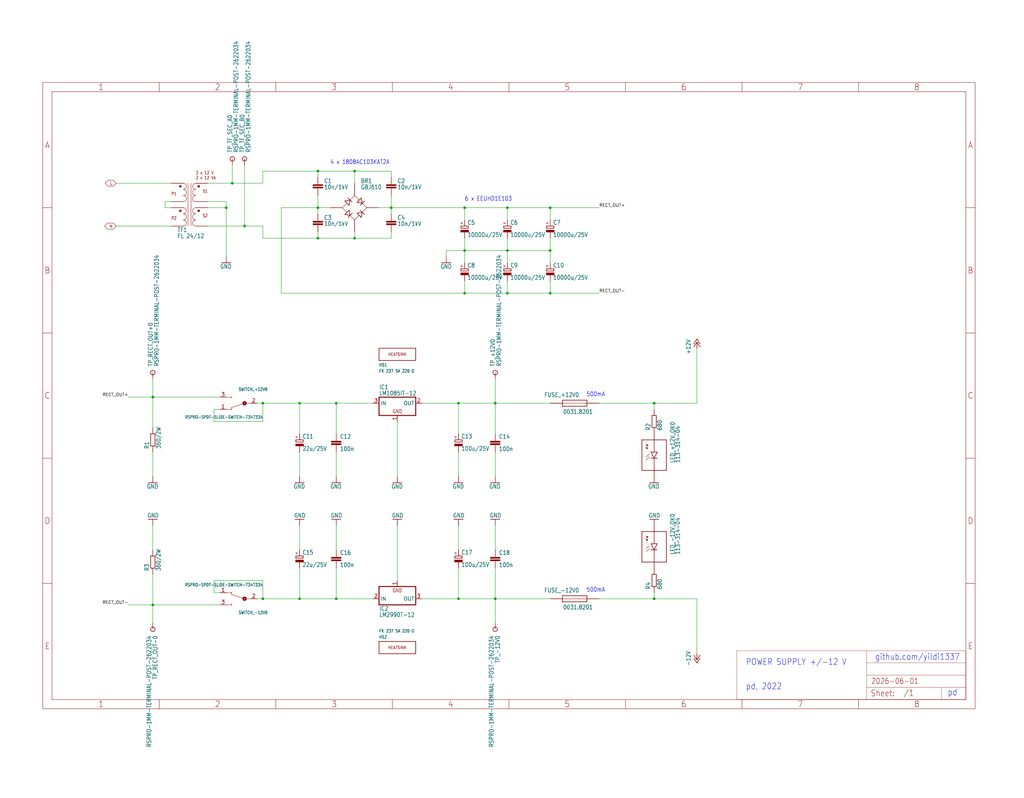
<source format=kicad_sch>
(kicad_sch (version 20250114) (generator "eeschema") (generator_version "9.0")
  (paper "User" 425.45 331.826)
  (lib_symbols
    (symbol "PowerSupply_12V_v1-eagle-import:+12V" (power)
      (symbol "+12V_1_0"
        (polyline (pts (xy 0 1.27) (xy -1.27 -0.635)) (stroke (width 0.254)))
        (polyline (pts (xy 0 0) (xy -1.27 -1.905)) (stroke (width 0.254)))
        (polyline (pts (xy 1.27 -0.635) (xy 0 1.27)) (stroke (width 0.254)))
        (polyline (pts (xy 1.27 -1.905) (xy 0 0)) (stroke (width 0.254)))
        (pin power_in line (at 0 -2.54 90) (length 2.54) (name "+12V") (number "1"))
      )
    )
    (symbol "PowerSupply_12V_v1-eagle-import:-12V" (power)
      (symbol "-12V_1_0"
        (polyline (pts (xy -1.27 1.905) (xy 0 0)) (stroke (width 0.254)))
        (polyline (pts (xy -1.27 0.635) (xy 0 -1.27)) (stroke (width 0.254)))
        (polyline (pts (xy 0 0) (xy 1.27 1.905)) (stroke (width 0.254)))
        (polyline (pts (xy 0 -1.27) (xy 1.27 0.635)) (stroke (width 0.254)))
        (pin power_in line (at 0 2.54 270) (length 2.54) (name "-12V") (number "1"))
      )
    )
    (symbol "PowerSupply_12V_v1-eagle-import:0031.8201"
      (symbol "0031.8201_1_0"
        (polyline (pts (xy -5.08 1.27) (xy -5.08 -1.27)) (stroke (width 0.254)))
        (polyline (pts (xy -5.08 0) (xy 5.08 0)) (stroke (width 0.1524)))
        (polyline (pts (xy -5.08 -1.27) (xy 5.08 -1.27)) (stroke (width 0.254)))
        (polyline (pts (xy 5.08 1.27) (xy -5.08 1.27)) (stroke (width 0.254)))
        (polyline (pts (xy 5.08 -1.27) (xy 5.08 1.27)) (stroke (width 0.254)))
        (pin bidirectional line (at -10.16 0 0) (length 5.08) (name "P$1") (number "1"))
        (pin bidirectional line (at 10.16 0 180) (length 5.08) (name "P$2") (number "2"))
      )
    )
    (symbol "PowerSupply_12V_v1-eagle-import:113-314-04"
      (symbol "113-314-04_1_0"
        (polyline (pts (xy -5.08 5.08) (xy 5.08 5.08)) (stroke (width 0.254)))
        (polyline (pts (xy -5.08 -7.62) (xy -5.08 5.08)) (stroke (width 0.254)))
        (polyline (pts (xy -3.429 2.159) (xy -3.048 1.27) (xy -2.54 1.778)) (stroke (width 0.1524)) (fill (type outline)))
        (polyline (pts (xy -3.302 3.302) (xy -2.921 2.413) (xy -2.413 2.921)) (stroke (width 0.1524)) (fill (type outline)))
        (polyline (pts (xy -2.032 -0.762) (xy -3.429 -2.159)) (stroke (width 0.1524)))
        (polyline (pts (xy -1.905 -1.905) (xy -3.302 -3.302)) (stroke (width 0.1524)))
        (polyline (pts (xy 0 -2.54) (xy -1.27 0)) (stroke (width 0.254)))
        (polyline (pts (xy 0 -2.54) (xy -1.27 -2.54)) (stroke (width 0.254)))
        (polyline (pts (xy 1.27 0) (xy -1.27 0)) (stroke (width 0.254)))
        (polyline (pts (xy 1.27 0) (xy 0 -2.54)) (stroke (width 0.254)))
        (polyline (pts (xy 1.27 -2.54) (xy 0 -2.54)) (stroke (width 0.254)))
        (polyline (pts (xy 5.08 5.08) (xy 5.08 -7.62)) (stroke (width 0.254)))
        (polyline (pts (xy 5.08 -7.62) (xy -5.08 -7.62)) (stroke (width 0.254)))
        (pin passive line (at 0 7.62 270) (length 7.62) (name "A") (number "+"))
        (pin passive line (at 0 -10.16 90) (length 7.62) (name "C") (number "-"))
      )
    )
    (symbol "PowerSupply_12V_v1-eagle-import:A3L-LOC"
      (symbol "A3L-LOC_1_0"
        (polyline (pts (xy 0 260.35) (xy 387.35 260.35) (xy 387.35 0) (xy 0 0) (xy 0 260.35)))
        (polyline (pts (xy 0 208.28) (xy 3.81 208.28)))
        (polyline (pts (xy 0 156.21) (xy 3.81 156.21)))
        (polyline (pts (xy 0 104.14) (xy 3.81 104.14)))
        (polyline (pts (xy 0 52.07) (xy 3.81 52.07)))
        (polyline (pts (xy 3.81 256.54) (xy 3.81 3.81)))
        (polyline (pts (xy 48.4188 260.35) (xy 48.4188 256.54)))
        (polyline (pts (xy 48.4188 3.81) (xy 48.4188 0)))
        (polyline (pts (xy 96.8375 260.35) (xy 96.8375 256.54)))
        (polyline (pts (xy 96.8375 3.81) (xy 96.8375 0)))
        (polyline (pts (xy 145.2563 260.35) (xy 145.2563 256.54)))
        (polyline (pts (xy 145.2563 3.81) (xy 145.2563 0)))
        (polyline (pts (xy 193.675 260.35) (xy 193.675 256.54)))
        (polyline (pts (xy 193.675 3.81) (xy 193.675 0)))
        (polyline (pts (xy 242.0938 260.35) (xy 242.0938 256.54)))
        (polyline (pts (xy 242.0938 3.81) (xy 242.0938 0)))
        (polyline (pts (xy 288.29 24.13) (xy 342.265 24.13)) (stroke (width 0.1016)))
        (polyline (pts (xy 288.29 3.81) (xy 288.29 24.13)) (stroke (width 0.1016)))
        (polyline (pts (xy 288.29 3.81) (xy 342.265 3.81)) (stroke (width 0.1016)))
        (polyline (pts (xy 290.5125 260.35) (xy 290.5125 256.54)))
        (polyline (pts (xy 290.5125 3.81) (xy 290.5125 0)))
        (polyline (pts (xy 338.9313 260.35) (xy 338.9313 256.54)))
        (polyline (pts (xy 338.9313 3.81) (xy 338.9313 0)))
        (polyline (pts (xy 342.265 24.13) (xy 383.54 24.13)) (stroke (width 0.1016)))
        (polyline (pts (xy 342.265 19.05) (xy 342.265 24.13)) (stroke (width 0.1016)))
        (polyline (pts (xy 342.265 19.05) (xy 383.54 19.05)) (stroke (width 0.1016)))
        (polyline (pts (xy 342.265 13.97) (xy 342.265 19.05)) (stroke (width 0.1016)))
        (polyline (pts (xy 342.265 13.97) (xy 383.54 13.97)) (stroke (width 0.1016)))
        (polyline (pts (xy 342.265 8.89) (xy 342.265 13.97)) (stroke (width 0.1016)))
        (polyline (pts (xy 342.265 8.89) (xy 342.265 3.81)) (stroke (width 0.1016)))
        (polyline (pts (xy 342.265 3.81) (xy 373.38 3.81)) (stroke (width 0.1016)))
        (polyline (pts (xy 373.38 8.89) (xy 342.265 8.89)) (stroke (width 0.1016)))
        (polyline (pts (xy 373.38 8.89) (xy 383.54 8.89)) (stroke (width 0.1016)))
        (polyline (pts (xy 373.38 3.81) (xy 373.38 8.89)) (stroke (width 0.1016)))
        (polyline (pts (xy 373.38 3.81) (xy 383.54 3.81)) (stroke (width 0.1016)))
        (polyline (pts (xy 383.54 256.54) (xy 3.81 256.54)))
        (polyline (pts (xy 383.54 256.54) (xy 383.54 3.81)))
        (polyline (pts (xy 383.54 208.28) (xy 387.35 208.28)))
        (polyline (pts (xy 383.54 156.21) (xy 387.35 156.21)))
        (polyline (pts (xy 383.54 104.14) (xy 387.35 104.14)))
        (polyline (pts (xy 383.54 52.07) (xy 387.35 52.07)))
        (polyline (pts (xy 383.54 19.05) (xy 383.54 24.13)) (stroke (width 0.1016)))
        (polyline (pts (xy 383.54 13.97) (xy 383.54 19.05)) (stroke (width 0.1016)))
        (polyline (pts (xy 383.54 8.89) (xy 383.54 13.97)) (stroke (width 0.1016)))
        (polyline (pts (xy 383.54 3.81) (xy 3.81 3.81)))
        (polyline (pts (xy 383.54 3.81) (xy 383.54 8.89)) (stroke (width 0.1016)))
        (text "A" (at 1.905 234.315 0) (effects (font (size 2.54 2.286))))
        (text "B" (at 1.905 182.245 0) (effects (font (size 2.54 2.286))))
        (text "C" (at 1.905 130.175 0) (effects (font (size 2.54 2.286))))
        (text "D" (at 1.905 78.105 0) (effects (font (size 2.54 2.286))))
        (text "E" (at 1.905 26.035 0) (effects (font (size 2.54 2.286))))
        (text "1" (at 24.2094 258.445 0) (effects (font (size 2.54 2.286))))
        (text "1" (at 24.2094 1.905 0) (effects (font (size 2.54 2.286))))
        (text "2" (at 72.6281 258.445 0) (effects (font (size 2.54 2.286))))
        (text "2" (at 72.6281 1.905 0) (effects (font (size 2.54 2.286))))
        (text "3" (at 121.0469 258.445 0) (effects (font (size 2.54 2.286))))
        (text "3" (at 121.0469 1.905 0) (effects (font (size 2.54 2.286))))
        (text "4" (at 169.4656 258.445 0) (effects (font (size 2.54 2.286))))
        (text "4" (at 169.4656 1.905 0) (effects (font (size 2.54 2.286))))
        (text "5" (at 217.8844 258.445 0) (effects (font (size 2.54 2.286))))
        (text "5" (at 217.8844 1.905 0) (effects (font (size 2.54 2.286))))
        (text "6" (at 266.3031 258.445 0) (effects (font (size 2.54 2.286))))
        (text "6" (at 266.3031 1.905 0) (effects (font (size 2.54 2.286))))
        (text "7" (at 314.7219 258.445 0) (effects (font (size 2.54 2.286))))
        (text "7" (at 314.7219 1.905 0) (effects (font (size 2.54 2.286))))
        (text "Sheet:" (at 343.916 4.953 0) (effects (font (size 2.54 2.159)) (justify left bottom)))
        (text "${PROJECTNAME}" (at 344.17 15.24 0) (effects (font (size 2.54 2.159)) (justify left bottom)))
        (text "${CURRENT_DATE}" (at 344.17 10.16 0) (effects (font (size 2.286 1.9431)) (justify left bottom)))
        (text "${#}/${##}" (at 357.505 5.08 0) (effects (font (size 2.54 2.159)) (justify left bottom)))
        (text "8" (at 363.1406 258.445 0) (effects (font (size 2.54 2.286))))
        (text "8" (at 363.1406 1.905 0) (effects (font (size 2.54 2.286))))
        (text "A" (at 385.445 234.315 0) (effects (font (size 2.54 2.286))))
        (text "B" (at 385.445 182.245 0) (effects (font (size 2.54 2.286))))
        (text "C" (at 385.445 130.175 0) (effects (font (size 2.54 2.286))))
        (text "D" (at 385.445 78.105 0) (effects (font (size 2.54 2.286))))
        (text "E" (at 385.445 26.035 0) (effects (font (size 2.54 2.286))))
      )
    )
    (symbol "PowerSupply_12V_v1-eagle-import:C-EUC0603"
      (property "Reference" "C" (at 1.524 0.381 0))
      (symbol "C-EUC0603_1_0"
        (rectangle (start -2.032 -1.016) (end 2.032 -0.508) (fill (type outline)))
        (rectangle (start -2.032 -2.032) (end 2.032 -1.524) (fill (type outline)))
        (polyline (pts (xy 0 0) (xy 0 -0.508)) (stroke (width 0.1524)))
        (polyline (pts (xy 0 -2.54) (xy 0 -2.032)) (stroke (width 0.1524)))
        (pin passive line (at 0 2.54 270) (length 2.54) (name "1") (number "1"))
        (pin passive line (at 0 -5.08 90) (length 2.54) (name "2") (number "2"))
      )
    )
    (symbol "PowerSupply_12V_v1-eagle-import:C-EUC1808"
      (property "Reference" "C" (at 1.524 0.381 0))
      (symbol "C-EUC1808_1_0"
        (rectangle (start -2.032 -1.016) (end 2.032 -0.508) (fill (type outline)))
        (rectangle (start -2.032 -2.032) (end 2.032 -1.524) (fill (type outline)))
        (polyline (pts (xy 0 0) (xy 0 -0.508)) (stroke (width 0.1524)))
        (polyline (pts (xy 0 -2.54) (xy 0 -2.032)) (stroke (width 0.1524)))
        (pin passive line (at 0 2.54 270) (length 2.54) (name "1") (number "1"))
        (pin passive line (at 0 -5.08 90) (length 2.54) (name "2") (number "2"))
      )
    )
    (symbol "PowerSupply_12V_v1-eagle-import:CPOL-EU153CLV-0505"
      (property "Reference" "C" (at 1.143 0.4826 0))
      (symbol "CPOL-EU153CLV-0505_1_0"
        (rectangle (start -1.651 -2.54) (end 1.651 -1.651) (fill (type outline)))
        (polyline (pts (xy -1.524 0) (xy -1.524 -0.889)) (stroke (width 0.254)))
        (polyline (pts (xy -1.524 0) (xy 1.524 0)) (stroke (width 0.254)))
        (polyline (pts (xy -1.524 -0.889) (xy 1.524 -0.889)) (stroke (width 0.254)))
        (polyline (pts (xy 1.524 -0.889) (xy 1.524 0)) (stroke (width 0.254)))
        (text "+" (at -0.5842 0.4064 900) (effects (font (size 1.27 1.0795)) (justify left bottom)))
        (pin passive line (at 0 2.54 270) (length 2.54) (name "+") (number "+"))
        (pin passive line (at 0 -5.08 90) (length 2.54) (name "-") (number "-"))
      )
    )
    (symbol "PowerSupply_12V_v1-eagle-import:CPOL-EU153CLV-0810"
      (property "Reference" "C" (at 1.143 0.4826 0))
      (symbol "CPOL-EU153CLV-0810_1_0"
        (rectangle (start -1.651 -2.54) (end 1.651 -1.651) (fill (type outline)))
        (polyline (pts (xy -1.524 0) (xy -1.524 -0.889)) (stroke (width 0.254)))
        (polyline (pts (xy -1.524 0) (xy 1.524 0)) (stroke (width 0.254)))
        (polyline (pts (xy -1.524 -0.889) (xy 1.524 -0.889)) (stroke (width 0.254)))
        (polyline (pts (xy 1.524 -0.889) (xy 1.524 0)) (stroke (width 0.254)))
        (text "+" (at -0.5842 0.4064 900) (effects (font (size 1.27 1.0795)) (justify left bottom)))
        (pin passive line (at 0 2.54 270) (length 2.54) (name "+") (number "+"))
        (pin passive line (at 0 -5.08 90) (length 2.54) (name "-") (number "-"))
      )
    )
    (symbol "PowerSupply_12V_v1-eagle-import:EEUHD1E103"
      (symbol "EEUHD1E103_1_0"
        (rectangle (start -1.651 -2.54) (end 1.651 -1.651) (fill (type outline)))
        (polyline (pts (xy -1.524 0) (xy -1.524 -0.889)) (stroke (width 0.254)))
        (polyline (pts (xy -1.524 0) (xy 1.524 0)) (stroke (width 0.254)))
        (polyline (pts (xy -1.524 -0.889) (xy 1.524 -0.889)) (stroke (width 0.254)))
        (polyline (pts (xy 1.524 -0.889) (xy 1.524 0)) (stroke (width 0.254)))
        (text "+" (at -0.5842 0.4064 900) (effects (font (size 1.27 1.0795)) (justify left bottom)))
        (pin passive line (at 0 2.54 270) (length 2.54) (name "+") (number "+"))
        (pin passive line (at 0 -5.08 90) (length 2.54) (name "-") (number "-"))
      )
    )
    (symbol "PowerSupply_12V_v1-eagle-import:FK_237_SA_220_O"
      (symbol "FK_237_SA_220_O_1_0"
        (polyline (pts (xy 0 5.08) (xy 15.24 5.08)) (stroke (width 0.254)))
        (polyline (pts (xy 0 0) (xy 0 5.08)) (stroke (width 0.254)))
        (polyline (pts (xy 15.24 5.08) (xy 15.24 0)) (stroke (width 0.254)))
        (polyline (pts (xy 15.24 0) (xy 0 0)) (stroke (width 0.254)))
        (text "HEATSINK" (at 7.62 2.54 0) (effects (font (size 1.27 1.0795))))
      )
    )
    (symbol "PowerSupply_12V_v1-eagle-import:FL_24-12"
      (symbol "FL_24-12_1_0"
        (circle (center -3.81 6.35) (radius 0.254) (stroke (width 0.508)))
        (circle (center -3.81 -3.81) (radius 0.254) (stroke (width 0.508)))
        (arc (start -2.54 7.62) (mid -1.27 6.35) (end -2.54 5.08) (stroke (width 0.1524)))
        (arc (start -2.54 5.08) (mid -1.27 3.81) (end -2.54 2.54) (stroke (width 0.1524)))
        (arc (start -2.54 2.54) (mid -1.27 1.27) (end -2.54 0) (stroke (width 0.1524)))
        (arc (start -2.54 -2.54) (mid -1.27 -3.81) (end -2.54 -5.08) (stroke (width 0.1524)))
        (arc (start -2.54 -5.08) (mid -1.27 -6.35) (end -2.54 -7.62) (stroke (width 0.1524)))
        (arc (start -2.54 -7.62) (mid -1.27 -8.89) (end -2.54 -10.16) (stroke (width 0.1524)))
        (polyline (pts (xy -0.635 7.62) (xy -0.635 -10.16)) (stroke (width 0.1524)))
        (polyline (pts (xy 0.635 7.62) (xy 0.635 -10.16)) (stroke (width 0.1524)))
        (arc (start 2.54 5.08) (mid 1.27 6.35) (end 2.54 7.62) (stroke (width 0.1524)))
        (arc (start 2.54 2.54) (mid 1.27 3.81) (end 2.54 5.08) (stroke (width 0.1524)))
        (arc (start 2.54 0) (mid 1.27 1.27) (end 2.54 2.54) (stroke (width 0.1524)))
        (arc (start 2.54 -5.08) (mid 1.27 -3.81) (end 2.54 -2.54) (stroke (width 0.1524)))
        (arc (start 2.54 -7.62) (mid 1.27 -6.35) (end 2.54 -5.08) (stroke (width 0.1524)))
        (arc (start 2.54 -10.16) (mid 1.27 -8.89) (end 2.54 -7.62) (stroke (width 0.1524)))
        (circle (center 3.81 6.35) (radius 0.254) (stroke (width 0.508)))
        (circle (center 3.81 -3.81) (radius 0.254) (stroke (width 0.508)))
        (text "P1" (at -7.62 2.54 0) (effects (font (size 1.27 1.0795)) (justify left bottom)))
        (text "P2" (at -7.62 -7.62 0) (effects (font (size 1.27 1.0795)) (justify left bottom)))
        (text "2 x 12 V\n2 x 12 VA" (at 2.54 12.7 0) (effects (font (size 1.27 1.0795)) (justify left top)))
        (text "S1" (at 7.62 5.08 0) (effects (font (size 1.27 1.0795)) (justify right top)))
        (text "S2" (at 7.62 -5.08 0) (effects (font (size 1.27 1.0795)) (justify right top)))
        (pin passive line (at -7.62 7.62 0) (length 5.08) (name "P1A") (number "P1A"))
        (pin passive line (at -7.62 0 0) (length 5.08) (name "P1B") (number "P1B"))
        (pin passive line (at -7.62 -2.54 0) (length 5.08) (name "P2A") (number "P2A"))
        (pin passive line (at -7.62 -10.16 0) (length 5.08) (name "P2B") (number "P2B"))
        (pin passive line (at 7.62 7.62 180) (length 5.08) (name "S1A") (number "S1A"))
        (pin passive line (at 7.62 0 180) (length 5.08) (name "S1B") (number "S1B"))
        (pin passive line (at 7.62 -2.54 180) (length 5.08) (name "S2A") (number "S2A"))
        (pin passive line (at 7.62 -10.16 180) (length 5.08) (name "S2B") (number "S2B"))
      )
    )
    (symbol "PowerSupply_12V_v1-eagle-import:GBJ610"
      (symbol "GBJ610_1_0"
        (polyline (pts (xy -5.08 0) (xy -3.2766 1.8034)) (stroke (width 0.1524)))
        (polyline (pts (xy -4.064 2.794) (xy -2.286 1.016)) (stroke (width 0.254)))
        (polyline (pts (xy -4.064 -2.794) (xy -2.286 -1.016)) (stroke (width 0.254)))
        (polyline (pts (xy -3.2766 -1.8034) (xy -5.08 0)) (stroke (width 0.1524)))
        (polyline (pts (xy -2.7178 4.0386) (xy -1.0668 2.3876)) (stroke (width 0.254)))
        (polyline (pts (xy -2.7178 -4.0386) (xy -0.9398 -2.2606)) (stroke (width 0.254)))
        (polyline (pts (xy -1.905 3.175) (xy -4.064 2.794)) (stroke (width 0.254)))
        (polyline (pts (xy -1.905 3.175) (xy -2.286 1.016)) (stroke (width 0.254)))
        (polyline (pts (xy -1.905 3.175) (xy 0 5.08)) (stroke (width 0.1524)))
        (polyline (pts (xy -1.905 -3.175) (xy -4.064 -2.794)) (stroke (width 0.254)))
        (polyline (pts (xy -1.905 -3.175) (xy -2.286 -1.016)) (stroke (width 0.254)))
        (polyline (pts (xy 0 5.08) (xy 1.8034 3.2766)) (stroke (width 0.1524)))
        (polyline (pts (xy 0 -5.08) (xy -1.905 -3.175)) (stroke (width 0.1524)))
        (polyline (pts (xy 0 -5.08) (xy 1.8034 -3.2766)) (stroke (width 0.1524)))
        (polyline (pts (xy 1.016 2.286) (xy 2.794 4.064)) (stroke (width 0.254)))
        (polyline (pts (xy 1.016 -2.286) (xy 2.794 -4.064)) (stroke (width 0.254)))
        (polyline (pts (xy 2.3622 1.016) (xy 4.1402 2.794)) (stroke (width 0.254)))
        (polyline (pts (xy 2.3622 -1.0668) (xy 4.1402 -2.8448)) (stroke (width 0.254)))
        (polyline (pts (xy 3.175 1.905) (xy 1.016 2.286)) (stroke (width 0.254)))
        (polyline (pts (xy 3.175 1.905) (xy 2.794 4.064)) (stroke (width 0.254)))
        (polyline (pts (xy 3.175 1.905) (xy 5.08 0)) (stroke (width 0.1524)))
        (polyline (pts (xy 3.175 -1.905) (xy 1.016 -2.286)) (stroke (width 0.254)))
        (polyline (pts (xy 3.175 -1.905) (xy 2.794 -4.064)) (stroke (width 0.254)))
        (polyline (pts (xy 5.08 0) (xy 3.175 -1.905)) (stroke (width 0.1524)))
        (pin bidirectional line (at -10.16 0 0) (length 5.08) (name "-") (number "-"))
        (pin bidirectional line (at 0 10.16 270) (length 5.08) (name "L") (number "L"))
        (pin bidirectional line (at 0 -10.16 90) (length 5.08) (name "N") (number "N"))
        (pin bidirectional line (at 10.16 0 180) (length 5.08) (name "+") (number "+"))
      )
    )
    (symbol "PowerSupply_12V_v1-eagle-import:GND" (power)
      (symbol "GND_1_0"
        (polyline (pts (xy -1.905 0) (xy 1.905 0)) (stroke (width 0.254)))
        (pin power_in line (at 0 2.54 270) (length 2.54) (name "GND") (number "1"))
      )
    )
    (symbol "PowerSupply_12V_v1-eagle-import:LM1085IT-12"
      (symbol "LM1085IT-12_1_0"
        (polyline (pts (xy -7.62 2.54) (xy -7.62 -5.08)) (stroke (width 0.4064)))
        (polyline (pts (xy -7.62 -5.08) (xy 7.62 -5.08)) (stroke (width 0.4064)))
        (polyline (pts (xy 7.62 2.54) (xy -7.62 2.54)) (stroke (width 0.4064)))
        (polyline (pts (xy 7.62 -5.08) (xy 7.62 2.54)) (stroke (width 0.4064)))
        (text "GND" (at -2.032 -4.318 0) (effects (font (size 1.524 1.2954)) (justify left bottom)))
        (pin input line (at -10.16 0 0) (length 2.54) (name "IN") (number "3"))
        (pin passive line (at 0 -7.62 90) (length 2.54) (name "GND") (number "1"))
        (pin passive line (at 10.16 0 180) (length 2.54) (name "OUT") (number "2"))
      )
    )
    (symbol "PowerSupply_12V_v1-eagle-import:LM2990T-12"
      (symbol "LM2990T-12_1_0"
        (polyline (pts (xy -7.62 2.54) (xy -7.62 -5.08)) (stroke (width 0.4064)))
        (polyline (pts (xy -7.62 -5.08) (xy 7.62 -5.08)) (stroke (width 0.4064)))
        (polyline (pts (xy 7.62 2.54) (xy -7.62 2.54)) (stroke (width 0.4064)))
        (polyline (pts (xy 7.62 -5.08) (xy 7.62 2.54)) (stroke (width 0.4064)))
        (text "GND" (at 2.032 1.778 0) (effects (font (size 1.524 1.2954)) (justify right top)))
        (pin input line (at -10.16 -2.54 0) (length 2.54) (name "IN") (number "2"))
        (pin passive line (at 0 5.08 270) (length 2.54) (name "GND") (number "1"))
        (pin passive line (at 10.16 -2.54 180) (length 2.54) (name "OUT") (number "3"))
      )
    )
    (symbol "PowerSupply_12V_v1-eagle-import:R-EU_R0603"
      (property "Reference" "R" (at -3.81 1.4986 0))
      (symbol "R-EU_R0603_1_0"
        (polyline (pts (xy -2.54 -0.889) (xy -2.54 0.889)) (stroke (width 0.254)))
        (polyline (pts (xy -2.54 -0.889) (xy 2.54 -0.889)) (stroke (width 0.254)))
        (polyline (pts (xy 2.54 0.889) (xy -2.54 0.889)) (stroke (width 0.254)))
        (polyline (pts (xy 2.54 -0.889) (xy 2.54 0.889)) (stroke (width 0.254)))
        (pin passive line (at -5.08 0 0) (length 2.54) (name "1") (number "1"))
        (pin passive line (at 5.08 0 180) (length 2.54) (name "2") (number "2"))
      )
    )
    (symbol "PowerSupply_12V_v1-eagle-import:R-EU_R2010"
      (property "Reference" "R" (at -3.81 1.4986 0))
      (symbol "R-EU_R2010_1_0"
        (polyline (pts (xy -2.54 -0.889) (xy -2.54 0.889)) (stroke (width 0.254)))
        (polyline (pts (xy -2.54 -0.889) (xy 2.54 -0.889)) (stroke (width 0.254)))
        (polyline (pts (xy 2.54 0.889) (xy -2.54 0.889)) (stroke (width 0.254)))
        (polyline (pts (xy 2.54 -0.889) (xy 2.54 0.889)) (stroke (width 0.254)))
        (pin passive line (at -5.08 0 0) (length 2.54) (name "1") (number "1"))
        (pin passive line (at 5.08 0 180) (length 2.54) (name "2") (number "2"))
      )
    )
    (symbol "PowerSupply_12V_v1-eagle-import:RSPRO-1MM-TERMINAL-POST-2622034"
      (symbol "RSPRO-1MM-TERMINAL-POST-2622034_1_0"
        (circle (center 0 0) (radius 0.9158) (stroke (width 0.254)))
        (pin bidirectional line (at 0 -2.54 90) (length 2.54) (name "P$1") (number "P$1"))
      )
    )
    (symbol "PowerSupply_12V_v1-eagle-import:RSPRO-SPDT-SLIDE-SWITCH-7347334"
      (property "Reference" "S" (at -2.54 5.08 0))
      (symbol "RSPRO-SPDT-SLIDE-SWITCH-7347334_1_0"
        (circle (center -2.54 0) (radius 0.254) (stroke (width 0.635)))
        (polyline (pts (xy -2.54 0) (xy -5.08 0)) (stroke (width 0.1524)))
        (polyline (pts (xy -2.54 0) (xy 3.048 1.8796)) (stroke (width 0.1524)))
        (polyline (pts (xy 2.794 2.54) (xy 2.794 2.032)) (stroke (width 0.1651)))
        (polyline (pts (xy 2.794 -2.54) (xy 2.794 -2.032)) (stroke (width 0.1651)))
        (polyline (pts (xy 3.048 2.54) (xy 2.794 2.54)) (stroke (width 0.1651)))
        (polyline (pts (xy 3.048 2.54) (xy 2.921 2.54)) (stroke (width 0.1524)))
        (polyline (pts (xy 3.048 -2.54) (xy 2.794 -2.54)) (stroke (width 0.1651)))
        (polyline (pts (xy 3.048 -2.54) (xy 2.921 -2.54)) (stroke (width 0.1524)))
        (polyline (pts (xy 5.08 2.54) (xy 3.048 2.54)) (stroke (width 0.1524)))
        (polyline (pts (xy 5.08 -2.54) (xy 3.048 -2.54)) (stroke (width 0.1524)))
        (pin passive line (at -7.62 0 0) (length 2.54) (name "COM") (number "2"))
        (pin passive line (at 7.62 2.54 180) (length 2.54) (name "NC") (number "1"))
        (pin passive line (at 7.62 -2.54 180) (length 2.54) (name "NO") (number "3"))
      )
    )
  )
  (text "pd, 2022" (at 309.88 287.02 0) (effects (font (size 2.54 2.159)) (justify left bottom)))
  (text "POWER SUPPLY +/-12 V" (at 309.88 276.86 0) (effects (font (size 2.54 2.159)) (justify left bottom)))
  (text "500mA" (at 251.46 165.1 0) (effects (font (size 1.778 1.5113)) (justify right bottom)))
  (text "pd" (at 393.7 289.56 0) (effects (font (size 2.54 2.159)) (justify left bottom)))
  (text "github.com/yildi1337" (at 398.78 271.78 0) (effects (font (size 2.54 2.159)) (justify right top)))
  (text "6 x EEUHD1E103" (at 193.04 83.82 0) (effects (font (size 1.778 1.5113)) (justify left bottom)))
  (text "4 x 1808AC103KAT2A" (at 137.16 68.58 0) (effects (font (size 1.778 1.5113)) (justify left bottom)))
  (text "500mA" (at 251.46 246.38 0) (effects (font (size 1.778 1.5113)) (justify right bottom)))
  (junction (at 139.7 167.64))
  (junction (at 147.32 99.06))
  (junction (at 132.08 86.36))
  (junction (at 190.5 167.64))
  (junction (at 210.82 104.14))
  (junction (at 63.5 251.46))
  (junction (at 205.74 167.64))
  (junction (at 109.22 248.92))
  (junction (at 101.6 93.98))
  (junction (at 271.78 248.92))
  (junction (at 63.5 165.1))
  (junction (at 147.32 71.12))
  (junction (at 193.04 121.92))
  (junction (at 228.6 121.92))
  (junction (at 210.82 121.92))
  (junction (at 205.74 248.92))
  (junction (at 139.7 248.92))
  (junction (at 210.82 86.36))
  (junction (at 193.04 104.14))
  (junction (at 228.6 104.14))
  (junction (at 132.08 71.12))
  (junction (at 228.6 86.36))
  (junction (at 162.56 86.36))
  (junction (at 124.46 167.64))
  (junction (at 193.04 86.36))
  (junction (at 109.22 167.64))
  (junction (at 271.78 167.64))
  (junction (at 96.52 76.2))
  (junction (at 93.98 86.36))
  (junction (at 132.08 99.06))
  (junction (at 190.5 248.92))
  (junction (at 124.46 248.92))
  (wire (pts (xy 162.56 88.9) (xy 162.56 86.36)) (stroke (width 0.1524)))
  (wire (pts (xy 88.9 175.26) (xy 109.22 175.26)) (stroke (width 0.1524)))
  (wire (pts (xy 68.58 86.36) (xy 71.12 86.36)) (stroke (width 0.1524)))
  (wire (pts (xy 165.1 198.12) (xy 165.1 175.26)) (stroke (width 0.1524)))
  (wire (pts (xy 101.6 68.58) (xy 101.6 93.98)) (stroke (width 0.1524)))
  (wire (pts (xy 91.44 165.1) (xy 63.5 165.1)) (stroke (width 0.1524)))
  (wire (pts (xy 147.32 71.12) (xy 147.32 76.2)) (stroke (width 0.1524)))
  (wire (pts (xy 124.46 228.6) (xy 124.46 218.44)) (stroke (width 0.1524)))
  (wire (pts (xy 93.98 86.36) (xy 93.98 106.68)) (stroke (width 0.1524)))
  (wire (pts (xy 147.32 99.06) (xy 132.08 99.06)) (stroke (width 0.1524)))
  (wire (pts (xy 63.5 198.12) (xy 63.5 187.96)) (stroke (width 0.1524)))
  (wire (pts (xy 185.42 106.68) (xy 185.42 104.14)) (stroke (width 0.1524)))
  (wire (pts (xy 139.7 228.6) (xy 139.7 218.44)) (stroke (width 0.1524)))
  (wire (pts (xy 91.44 251.46) (xy 63.5 251.46)) (stroke (width 0.1524)))
  (wire (pts (xy 175.26 167.64) (xy 190.5 167.64)) (stroke (width 0.1524)))
  (wire (pts (xy 228.6 121.92) (xy 248.92 121.92)) (stroke (width 0.1524)))
  (wire (pts (xy 147.32 96.52) (xy 147.32 99.06)) (stroke (width 0.1524)))
  (wire (pts (xy 91.44 246.38) (xy 88.9 246.38)) (stroke (width 0.1524)))
  (wire (pts (xy 86.36 86.36) (xy 93.98 86.36)) (stroke (width 0.1524)))
  (wire (pts (xy 139.7 167.64) (xy 154.94 167.64)) (stroke (width 0.1524)))
  (wire (pts (xy 162.56 71.12) (xy 147.32 71.12)) (stroke (width 0.1524)))
  (wire (pts (xy 210.82 104.14) (xy 210.82 99.06)) (stroke (width 0.1524)))
  (wire (pts (xy 124.46 167.64) (xy 139.7 167.64)) (stroke (width 0.1524)))
  (wire (pts (xy 106.68 248.92) (xy 109.22 248.92)) (stroke (width 0.1524)))
  (wire (pts (xy 205.74 180.34) (xy 205.74 167.64)) (stroke (width 0.1524)))
  (wire (pts (xy 190.5 236.22) (xy 190.5 248.92)) (stroke (width 0.1524)))
  (wire (pts (xy 228.6 121.92) (xy 210.82 121.92)) (stroke (width 0.1524)))
  (wire (pts (xy 109.22 248.92) (xy 124.46 248.92)) (stroke (width 0.1524)))
  (wire (pts (xy 271.78 167.64) (xy 289.56 167.64)) (stroke (width 0.1524)))
  (wire (pts (xy 205.74 248.92) (xy 205.74 236.22)) (stroke (width 0.1524)))
  (wire (pts (xy 132.08 81.28) (xy 132.08 86.36)) (stroke (width 0.1524)))
  (wire (pts (xy 63.5 165.1) (xy 53.34 165.1)) (stroke (width 0.1524)))
  (wire (pts (xy 165.1 218.44) (xy 165.1 241.3)) (stroke (width 0.1524)))
  (wire (pts (xy 175.26 248.92) (xy 190.5 248.92)) (stroke (width 0.1524)))
  (wire (pts (xy 289.56 167.64) (xy 289.56 144.78)) (stroke (width 0.1524)))
  (wire (pts (xy 93.98 83.82) (xy 93.98 86.36)) (stroke (width 0.1524)))
  (wire (pts (xy 132.08 71.12) (xy 147.32 71.12)) (stroke (width 0.1524)))
  (wire (pts (xy 139.7 180.34) (xy 139.7 167.64)) (stroke (width 0.1524)))
  (wire (pts (xy 91.44 170.18) (xy 88.9 170.18)) (stroke (width 0.1524)))
  (wire (pts (xy 96.52 68.58) (xy 96.52 76.2)) (stroke (width 0.1524)))
  (wire (pts (xy 63.5 251.46) (xy 53.34 251.46)) (stroke (width 0.1524)))
  (wire (pts (xy 205.74 259.08) (xy 205.74 248.92)) (stroke (width 0.1524)))
  (wire (pts (xy 68.58 83.82) (xy 68.58 86.36)) (stroke (width 0.1524)))
  (wire (pts (xy 139.7 248.92) (xy 154.94 248.92)) (stroke (width 0.1524)))
  (wire (pts (xy 63.5 238.76) (xy 63.5 251.46)) (stroke (width 0.1524)))
  (wire (pts (xy 162.56 86.36) (xy 193.04 86.36)) (stroke (width 0.1524)))
  (wire (pts (xy 63.5 259.08) (xy 63.5 251.46)) (stroke (width 0.1524)))
  (wire (pts (xy 248.92 248.92) (xy 271.78 248.92)) (stroke (width 0.1524)))
  (wire (pts (xy 109.22 93.98) (xy 109.22 99.06)) (stroke (width 0.1524)))
  (wire (pts (xy 109.22 167.64) (xy 124.46 167.64)) (stroke (width 0.1524)))
  (wire (pts (xy 228.6 109.22) (xy 228.6 104.14)) (stroke (width 0.1524)))
  (wire (pts (xy 190.5 218.44) (xy 190.5 228.6)) (stroke (width 0.1524)))
  (wire (pts (xy 228.6 104.14) (xy 228.6 99.06)) (stroke (width 0.1524)))
  (wire (pts (xy 106.68 167.64) (xy 109.22 167.64)) (stroke (width 0.1524)))
  (wire (pts (xy 162.56 81.28) (xy 162.56 86.36)) (stroke (width 0.1524)))
  (wire (pts (xy 205.74 198.12) (xy 205.74 187.96)) (stroke (width 0.1524)))
  (wire (pts (xy 193.04 116.84) (xy 193.04 121.92)) (stroke (width 0.1524)))
  (wire (pts (xy 124.46 248.92) (xy 139.7 248.92)) (stroke (width 0.1524)))
  (wire (pts (xy 124.46 180.34) (xy 124.46 167.64)) (stroke (width 0.1524)))
  (wire (pts (xy 88.9 241.3) (xy 109.22 241.3)) (stroke (width 0.1524)))
  (wire (pts (xy 193.04 104.14) (xy 210.82 104.14)) (stroke (width 0.1524)))
  (wire (pts (xy 210.82 116.84) (xy 210.82 121.92)) (stroke (width 0.1524)))
  (wire (pts (xy 88.9 246.38) (xy 88.9 241.3)) (stroke (width 0.1524)))
  (wire (pts (xy 124.46 248.92) (xy 124.46 236.22)) (stroke (width 0.1524)))
  (wire (pts (xy 116.84 86.36) (xy 116.84 121.92)) (stroke (width 0.1524)))
  (wire (pts (xy 86.36 76.2) (xy 96.52 76.2)) (stroke (width 0.1524)))
  (wire (pts (xy 228.6 167.64) (xy 205.74 167.64)) (stroke (width 0.1524)))
  (wire (pts (xy 86.36 93.98) (xy 101.6 93.98)) (stroke (width 0.1524)))
  (wire (pts (xy 193.04 99.06) (xy 193.04 104.14)) (stroke (width 0.1524)))
  (wire (pts (xy 190.5 167.64) (xy 205.74 167.64)) (stroke (width 0.1524)))
  (wire (pts (xy 132.08 86.36) (xy 116.84 86.36)) (stroke (width 0.1524)))
  (wire (pts (xy 228.6 116.84) (xy 228.6 121.92)) (stroke (width 0.1524)))
  (wire (pts (xy 86.36 83.82) (xy 93.98 83.82)) (stroke (width 0.1524)))
  (wire (pts (xy 210.82 91.44) (xy 210.82 86.36)) (stroke (width 0.1524)))
  (wire (pts (xy 109.22 99.06) (xy 132.08 99.06)) (stroke (width 0.1524)))
  (wire (pts (xy 271.78 246.38) (xy 271.78 248.92)) (stroke (width 0.1524)))
  (wire (pts (xy 210.82 104.14) (xy 228.6 104.14)) (stroke (width 0.1524)))
  (wire (pts (xy 271.78 248.92) (xy 289.56 248.92)) (stroke (width 0.1524)))
  (wire (pts (xy 193.04 91.44) (xy 193.04 86.36)) (stroke (width 0.1524)))
  (wire (pts (xy 162.56 99.06) (xy 147.32 99.06)) (stroke (width 0.1524)))
  (wire (pts (xy 124.46 198.12) (xy 124.46 187.96)) (stroke (width 0.1524)))
  (wire (pts (xy 248.92 167.64) (xy 271.78 167.64)) (stroke (width 0.1524)))
  (wire (pts (xy 210.82 109.22) (xy 210.82 104.14)) (stroke (width 0.1524)))
  (wire (pts (xy 71.12 76.2) (xy 48.26 76.2)) (stroke (width 0.1524)))
  (wire (pts (xy 63.5 157.48) (xy 63.5 165.1)) (stroke (width 0.1524)))
  (wire (pts (xy 205.74 157.48) (xy 205.74 167.64)) (stroke (width 0.1524)))
  (wire (pts (xy 228.6 86.36) (xy 210.82 86.36)) (stroke (width 0.1524)))
  (wire (pts (xy 193.04 121.92) (xy 116.84 121.92)) (stroke (width 0.1524)))
  (wire (pts (xy 190.5 198.12) (xy 190.5 187.96)) (stroke (width 0.1524)))
  (wire (pts (xy 96.52 76.2) (xy 109.22 76.2)) (stroke (width 0.1524)))
  (wire (pts (xy 132.08 88.9) (xy 132.08 86.36)) (stroke (width 0.1524)))
  (wire (pts (xy 109.22 71.12) (xy 132.08 71.12)) (stroke (width 0.1524)))
  (wire (pts (xy 101.6 93.98) (xy 109.22 93.98)) (stroke (width 0.1524)))
  (wire (pts (xy 137.16 86.36) (xy 132.08 86.36)) (stroke (width 0.1524)))
  (wire (pts (xy 63.5 177.8) (xy 63.5 165.1)) (stroke (width 0.1524)))
  (wire (pts (xy 109.22 241.3) (xy 109.22 248.92)) (stroke (width 0.1524)))
  (wire (pts (xy 205.74 248.92) (xy 228.6 248.92)) (stroke (width 0.1524)))
  (wire (pts (xy 139.7 236.22) (xy 139.7 248.92)) (stroke (width 0.1524)))
  (wire (pts (xy 228.6 86.36) (xy 248.92 86.36)) (stroke (width 0.1524)))
  (wire (pts (xy 109.22 175.26) (xy 109.22 167.64)) (stroke (width 0.1524)))
  (wire (pts (xy 190.5 180.34) (xy 190.5 167.64)) (stroke (width 0.1524)))
  (wire (pts (xy 63.5 218.44) (xy 63.5 228.6)) (stroke (width 0.1524)))
  (wire (pts (xy 139.7 198.12) (xy 139.7 187.96)) (stroke (width 0.1524)))
  (wire (pts (xy 289.56 248.92) (xy 289.56 271.78)) (stroke (width 0.1524)))
  (wire (pts (xy 205.74 218.44) (xy 205.74 228.6)) (stroke (width 0.1524)))
  (wire (pts (xy 71.12 83.82) (xy 68.58 83.82)) (stroke (width 0.1524)))
  (wire (pts (xy 71.12 93.98) (xy 48.26 93.98)) (stroke (width 0.1524)))
  (wire (pts (xy 162.56 73.66) (xy 162.56 71.12)) (stroke (width 0.1524)))
  (wire (pts (xy 132.08 96.52) (xy 132.08 99.06)) (stroke (width 0.1524)))
  (wire (pts (xy 228.6 91.44) (xy 228.6 86.36)) (stroke (width 0.1524)))
  (wire (pts (xy 109.22 76.2) (xy 109.22 71.12)) (stroke (width 0.1524)))
  (wire (pts (xy 157.48 86.36) (xy 162.56 86.36)) (stroke (width 0.1524)))
  (wire (pts (xy 132.08 73.66) (xy 132.08 71.12)) (stroke (width 0.1524)))
  (wire (pts (xy 271.78 170.18) (xy 271.78 167.64)) (stroke (width 0.1524)))
  (wire (pts (xy 190.5 248.92) (xy 205.74 248.92)) (stroke (width 0.1524)))
  (wire (pts (xy 185.42 104.14) (xy 193.04 104.14)) (stroke (width 0.1524)))
  (wire (pts (xy 162.56 96.52) (xy 162.56 99.06)) (stroke (width 0.1524)))
  (wire (pts (xy 193.04 109.22) (xy 193.04 104.14)) (stroke (width 0.1524)))
  (wire (pts (xy 210.82 121.92) (xy 193.04 121.92)) (stroke (width 0.1524)))
  (wire (pts (xy 88.9 170.18) (xy 88.9 175.26)) (stroke (width 0.1524)))
  (wire (pts (xy 210.82 86.36) (xy 193.04 86.36)) (stroke (width 0.1524)))
  (label "RECT_OUT+" (at 248.92 86.36 0) (effects (font (size 1.2446 1.2446))))
  (label "RECT_OUT-" (at 248.92 121.92 0) (effects (font (size 1.2446 1.2446))))
  (label "RECT_OUT-" (at 53.34 251.46 180) (effects (font (size 1.2446 1.2446))))
  (label "RECT_OUT+" (at 53.34 165.1 180) (effects (font (size 1.2446 1.2446))))
  (global_label "L" (shape bidirectional) (at 48.26 76.2 180) (effects (font (size 1.2446 1.2446))) (property "Intersheetrefs" "${INTERSHEET_REFS}" (effects (hide yes))))
  (global_label "N" (shape bidirectional) (at 48.26 93.98 180) (effects (font (size 1.2446 1.2446))) (property "Intersheetrefs" "${INTERSHEET_REFS}" (effects (hide yes))))
  (symbol (lib_id "PowerSupply_12V_v1-eagle-import:R-EU_R0603") (at 271.78 241.3 90) (unit 1)
    (property "Reference" "R4" (at 270.2814 245.11 0) (effects (font (size 1.778 1.5113)) (justify left bottom)))
    (property "Value" "680" (at 275.082 245.11 0) (effects (font (size 1.778 1.5113)) (justify left bottom)))
    (property "Footprint" "PowerSupply_12V_v1:R0603" (effects (hide yes)))
  )
  (symbol (lib_id "PowerSupply_12V_v1-eagle-import:-12V") (at 289.56 274.32 0) (unit 1)
    (property "Reference" "#P-2" (effects (hide yes)))
    (property "Value" "-12V" (at 287.02 276.86 90) (effects (font (size 1.778 1.5113)) (justify left bottom)))
  )
  (symbol (lib_id "PowerSupply_12V_v1-eagle-import:GND") (at 165.1 200.66 0) (unit 1)
    (property "Reference" "#GND14" (effects (hide yes)))
    (property "Value" "GND" (at 162.56 203.2 0) (effects (font (size 1.778 1.5113)) (justify left bottom)))
  )
  (symbol (lib_id "PowerSupply_12V_v1-eagle-import:CPOL-EU153CLV-0505") (at 124.46 182.88 0) (unit 1)
    (property "Reference" "C11" (at 125.603 182.3974 0) (effects (font (size 1.778 1.5113)) (justify left bottom)))
    (property "Value" "22u/25V" (at 125.603 187.4774 0) (effects (font (size 1.778 1.5113)) (justify left bottom)))
    (property "Footprint" "PowerSupply_12V_v1:153CLV-0505" (effects (hide yes)))
  )
  (symbol (lib_id "PowerSupply_12V_v1-eagle-import:113-314-04") (at 271.78 226.06 0) (unit 1)
    (property "Reference" "LED_-12V_OK0" (at 280.416 230.632 90) (effects (font (size 1.778 1.5113)) (justify left bottom)))
    (property "Value" "113-314-04" (at 282.575 230.632 90) (effects (font (size 1.778 1.5113)) (justify left bottom)))
    (property "Footprint" "PowerSupply_12V_v1:113-314-04" (effects (hide yes)))
  )
  (symbol (lib_id "PowerSupply_12V_v1-eagle-import:C-EUC0603") (at 205.74 182.88 0) (unit 1)
    (property "Reference" "C14" (at 207.264 182.499 0) (effects (font (size 1.778 1.5113)) (justify left bottom)))
    (property "Value" "100n" (at 207.264 187.579 0) (effects (font (size 1.778 1.5113)) (justify left bottom)))
    (property "Footprint" "PowerSupply_12V_v1:C0603" (effects (hide yes)))
  )
  (symbol (lib_id "PowerSupply_12V_v1-eagle-import:GND") (at 124.46 215.9 180) (unit 1)
    (property "Reference" "#GND7" (effects (hide yes)))
    (property "Value" "GND" (at 127 213.36 0) (effects (font (size 1.778 1.5113)) (justify left bottom)))
  )
  (symbol (lib_id "PowerSupply_12V_v1-eagle-import:RSPRO-1MM-TERMINAL-POST-2622034") (at 63.5 154.94 0) (unit 1)
    (property "Reference" "TP_RECT_OUT+0" (at 63.5 152.4 90) (effects (font (size 1.778 1.5113)) (justify left bottom)))
    (property "Value" "RSPRO-1MM-TERMINAL-POST-2622034" (at 66.04 152.4 90) (effects (font (size 1.778 1.5113)) (justify left bottom)))
    (property "Footprint" "PowerSupply_12V_v1:RSPRO-1MM-TERMINAL-POST-2622034" (effects (hide yes)))
  )
  (symbol (lib_id "PowerSupply_12V_v1-eagle-import:GND") (at 271.78 200.66 0) (unit 1)
    (property "Reference" "#GND15" (effects (hide yes)))
    (property "Value" "GND" (at 269.24 203.2 0) (effects (font (size 1.778 1.5113)) (justify left bottom)))
  )
  (symbol (lib_id "PowerSupply_12V_v1-eagle-import:LM1085IT-12") (at 165.1 167.64 0) (unit 1)
    (property "Reference" "IC1" (at 157.48 161.925 0) (effects (font (size 1.778 1.5113)) (justify left bottom)))
    (property "Value" "LM1085IT-12" (at 157.48 164.465 0) (effects (font (size 1.778 1.5113)) (justify left bottom)))
    (property "Footprint" "PowerSupply_12V_v1:LM1085IT-12" (effects (hide yes)))
  )
  (symbol (lib_id "PowerSupply_12V_v1-eagle-import:A3L-LOC") (at 17.78 294.64 0) (unit 1)
    (property "Reference" "#FRAME3" (effects (hide yes)))
    (property "Value" "A3L-LOC" (effects (hide yes)))
  )
  (symbol (lib_id "PowerSupply_12V_v1-eagle-import:RSPRO-SPDT-SLIDE-SWITCH-7347334") (at 99.06 167.64 180) (unit 1)
    (property "Reference" "SWITCH_+12V0" (at 99.06 162.56 0) (effects (font (size 1.27 1.0795)) (justify right top)))
    (property "Value" "RSPRO-SPDT-SLIDE-SWITCH-7347334" (at 109.22 172.72 0) (effects (font (size 1.27 1.0795)) (justify left bottom)))
    (property "Footprint" "PowerSupply_12V_v1:RSPRO-SPDT-SLIDE-SWITCH-7347334" (effects (hide yes)))
  )
  (symbol (lib_id "PowerSupply_12V_v1-eagle-import:EEUHD1E103") (at 228.6 93.98 0) (unit 1)
    (property "Reference" "C7" (at 229.743 93.4974 0) (effects (font (size 1.778 1.5113)) (justify left bottom)))
    (property "Value" "10000u/25V" (at 229.743 98.5774 0) (effects (font (size 1.778 1.5113)) (justify left bottom)))
    (property "Footprint" "PowerSupply_12V_v1:EEUHD1E103" (effects (hide yes)))
  )
  (symbol (lib_id "PowerSupply_12V_v1-eagle-import:R-EU_R2010") (at 63.5 233.68 90) (unit 1)
    (property "Reference" "R3" (at 62.0014 237.49 0) (effects (font (size 1.778 1.5113)) (justify left bottom)))
    (property "Value" "360/2W" (at 66.802 237.49 0) (effects (font (size 1.778 1.5113)) (justify left bottom)))
    (property "Footprint" "PowerSupply_12V_v1:R2010" (effects (hide yes)))
  )
  (symbol (lib_id "PowerSupply_12V_v1-eagle-import:GND") (at 139.7 215.9 180) (unit 1)
    (property "Reference" "#GND8" (effects (hide yes)))
    (property "Value" "GND" (at 142.24 213.36 0) (effects (font (size 1.778 1.5113)) (justify left bottom)))
  )
  (symbol (lib_id "PowerSupply_12V_v1-eagle-import:RSPRO-1MM-TERMINAL-POST-2622034") (at 63.5 261.62 180) (unit 1)
    (property "Reference" "TP_RECT_OUT-0" (at 63.5 264.16 90) (effects (font (size 1.778 1.5113)) (justify left bottom)))
    (property "Value" "RSPRO-1MM-TERMINAL-POST-2622034" (at 60.96 264.16 90) (effects (font (size 1.778 1.5113)) (justify left bottom)))
    (property "Footprint" "PowerSupply_12V_v1:RSPRO-1MM-TERMINAL-POST-2622034" (effects (hide yes)))
  )
  (symbol (lib_id "PowerSupply_12V_v1-eagle-import:EEUHD1E103") (at 210.82 111.76 0) (unit 1)
    (property "Reference" "C9" (at 211.963 111.2774 0) (effects (font (size 1.778 1.5113)) (justify left bottom)))
    (property "Value" "10000u/25V" (at 211.963 116.3574 0) (effects (font (size 1.778 1.5113)) (justify left bottom)))
    (property "Footprint" "PowerSupply_12V_v1:EEUHD1E103" (effects (hide yes)))
  )
  (symbol (lib_id "PowerSupply_12V_v1-eagle-import:C-EUC0603") (at 205.74 231.14 0) (unit 1)
    (property "Reference" "C18" (at 207.264 230.759 0) (effects (font (size 1.778 1.5113)) (justify left bottom)))
    (property "Value" "100n" (at 207.264 235.839 0) (effects (font (size 1.778 1.5113)) (justify left bottom)))
    (property "Footprint" "PowerSupply_12V_v1:C0603" (effects (hide yes)))
  )
  (symbol (lib_id "PowerSupply_12V_v1-eagle-import:CPOL-EU153CLV-0810") (at 190.5 231.14 0) (unit 1)
    (property "Reference" "C17" (at 191.643 230.6574 0) (effects (font (size 1.778 1.5113)) (justify left bottom)))
    (property "Value" "100u/25V" (at 191.643 235.7374 0) (effects (font (size 1.778 1.5113)) (justify left bottom)))
    (property "Footprint" "PowerSupply_12V_v1:153CLV-0810" (effects (hide yes)))
  )
  (symbol (lib_id "PowerSupply_12V_v1-eagle-import:C-EUC1808") (at 162.56 91.44 0) (unit 1)
    (property "Reference" "C4" (at 165.1 91.44 0) (effects (font (size 1.778 1.5113)) (justify left bottom)))
    (property "Value" "10n/1kV" (at 165.1 93.98 0) (effects (font (size 1.778 1.5113)) (justify left bottom)))
    (property "Footprint" "PowerSupply_12V_v1:C1808" (effects (hide yes)))
  )
  (symbol (lib_id "PowerSupply_12V_v1-eagle-import:C-EUC0603") (at 139.7 231.14 0) (unit 1)
    (property "Reference" "C16" (at 141.224 230.759 0) (effects (font (size 1.778 1.5113)) (justify left bottom)))
    (property "Value" "100n" (at 141.224 235.839 0) (effects (font (size 1.778 1.5113)) (justify left bottom)))
    (property "Footprint" "PowerSupply_12V_v1:C0603" (effects (hide yes)))
  )
  (symbol (lib_id "PowerSupply_12V_v1-eagle-import:GND") (at 165.1 215.9 180) (unit 1)
    (property "Reference" "#GND9" (effects (hide yes)))
    (property "Value" "GND" (at 167.64 213.36 0) (effects (font (size 1.778 1.5113)) (justify left bottom)))
  )
  (symbol (lib_id "PowerSupply_12V_v1-eagle-import:GND") (at 271.78 215.9 180) (unit 1)
    (property "Reference" "#GND12" (effects (hide yes)))
    (property "Value" "GND" (at 274.32 213.36 0) (effects (font (size 1.778 1.5113)) (justify left bottom)))
  )
  (symbol (lib_id "PowerSupply_12V_v1-eagle-import:RSPRO-1MM-TERMINAL-POST-2622034") (at 101.6 66.04 0) (unit 1)
    (property "Reference" "TP_TF_SEC_B0" (at 101.6 63.5 90) (effects (font (size 1.778 1.5113)) (justify left bottom)))
    (property "Value" "RSPRO-1MM-TERMINAL-POST-2622034" (at 104.14 63.5 90) (effects (font (size 1.778 1.5113)) (justify left bottom)))
    (property "Footprint" "PowerSupply_12V_v1:RSPRO-1MM-TERMINAL-POST-2622034" (effects (hide yes)))
  )
  (symbol (lib_id "PowerSupply_12V_v1-eagle-import:LM2990T-12") (at 165.1 246.38 0) (unit 1)
    (property "Reference" "IC2" (at 157.48 254 0) (effects (font (size 1.778 1.5113)) (justify left bottom)))
    (property "Value" "LM2990T-12" (at 157.48 256.54 0) (effects (font (size 1.778 1.5113)) (justify left bottom)))
    (property "Footprint" "PowerSupply_12V_v1:LM2990T-12" (effects (hide yes)))
  )
  (symbol (lib_id "PowerSupply_12V_v1-eagle-import:0031.8201") (at 238.76 248.92 0) (unit 1)
    (property "Reference" "FUSE_-12V0" (at 226.06 246.38 0) (effects (font (size 1.778 1.5113)) (justify left bottom)))
    (property "Value" "0031.8201" (at 246.38 251.46 0) (effects (font (size 1.778 1.5113)) (justify right top)))
    (property "Footprint" "PowerSupply_12V_v1:0031.8201" (effects (hide yes)))
  )
  (symbol (lib_id "PowerSupply_12V_v1-eagle-import:RSPRO-1MM-TERMINAL-POST-2622034") (at 205.74 261.62 180) (unit 1)
    (property "Reference" "TP_-12V0" (at 205.74 264.16 90) (effects (font (size 1.778 1.5113)) (justify left bottom)))
    (property "Value" "RSPRO-1MM-TERMINAL-POST-2622034" (at 203.2 264.16 90) (effects (font (size 1.778 1.5113)) (justify left bottom)))
    (property "Footprint" "PowerSupply_12V_v1:RSPRO-1MM-TERMINAL-POST-2622034" (effects (hide yes)))
  )
  (symbol (lib_id "PowerSupply_12V_v1-eagle-import:RSPRO-SPDT-SLIDE-SWITCH-7347334") (at 99.06 248.92 0) (mirror y) (unit 1)
    (property "Reference" "SWITCH_-12V0" (at 99.06 254 0) (effects (font (size 1.27 1.0795)) (justify right top)))
    (property "Value" "RSPRO-SPDT-SLIDE-SWITCH-7347334" (at 109.22 243.84 0) (effects (font (size 1.27 1.0795)) (justify left bottom)))
    (property "Footprint" "PowerSupply_12V_v1:RSPRO-SPDT-SLIDE-SWITCH-7347334" (effects (hide yes)))
  )
  (symbol (lib_id "PowerSupply_12V_v1-eagle-import:RSPRO-1MM-TERMINAL-POST-2622034") (at 96.52 66.04 0) (unit 1)
    (property "Reference" "TP_TF_SEC_A0" (at 96.52 63.5 90) (effects (font (size 1.778 1.5113)) (justify left bottom)))
    (property "Value" "RSPRO-1MM-TERMINAL-POST-2622034" (at 99.06 63.5 90) (effects (font (size 1.778 1.5113)) (justify left bottom)))
    (property "Footprint" "PowerSupply_12V_v1:RSPRO-1MM-TERMINAL-POST-2622034" (effects (hide yes)))
  )
  (symbol (lib_id "PowerSupply_12V_v1-eagle-import:GND") (at 190.5 200.66 0) (unit 1)
    (property "Reference" "#GND18" (effects (hide yes)))
    (property "Value" "GND" (at 187.96 203.2 0) (effects (font (size 1.778 1.5113)) (justify left bottom)))
  )
  (symbol (lib_id "PowerSupply_12V_v1-eagle-import:GND") (at 190.5 215.9 180) (unit 1)
    (property "Reference" "#GND10" (effects (hide yes)))
    (property "Value" "GND" (at 193.04 213.36 0) (effects (font (size 1.778 1.5113)) (justify left bottom)))
  )
  (symbol (lib_id "PowerSupply_12V_v1-eagle-import:0031.8201") (at 238.76 167.64 0) (unit 1)
    (property "Reference" "FUSE_+12V0" (at 226.06 165.1 0) (effects (font (size 1.778 1.5113)) (justify left bottom)))
    (property "Value" "0031.8201" (at 246.38 170.18 0) (effects (font (size 1.778 1.5113)) (justify right top)))
    (property "Footprint" "PowerSupply_12V_v1:0031.8201" (effects (hide yes)))
  )
  (symbol (lib_id "PowerSupply_12V_v1-eagle-import:FK_237_SA_220_O") (at 157.48 149.86 0) (unit 1)
    (property "Reference" "HS1" (at 157.48 152.4 0) (effects (font (size 1.27 1.0795)) (justify left bottom)))
    (property "Value" "FK 237 SA 220 O" (at 157.48 154.94 0) (effects (font (size 1.27 1.0795)) (justify left bottom)))
    (property "Footprint" "PowerSupply_12V_v1:FK_237_SA_220_O" (effects (hide yes)))
  )
  (symbol (lib_id "PowerSupply_12V_v1-eagle-import:EEUHD1E103") (at 193.04 93.98 0) (unit 1)
    (property "Reference" "C5" (at 194.183 93.4974 0) (effects (font (size 1.778 1.5113)) (justify left bottom)))
    (property "Value" "10000u/25V" (at 194.183 98.5774 0) (effects (font (size 1.778 1.5113)) (justify left bottom)))
    (property "Footprint" "PowerSupply_12V_v1:EEUHD1E103" (effects (hide yes)))
  )
  (symbol (lib_id "PowerSupply_12V_v1-eagle-import:GND") (at 139.7 200.66 0) (unit 1)
    (property "Reference" "#GND16" (effects (hide yes)))
    (property "Value" "GND" (at 137.16 203.2 0) (effects (font (size 1.778 1.5113)) (justify left bottom)))
  )
  (symbol (lib_id "PowerSupply_12V_v1-eagle-import:C-EUC1808") (at 132.08 76.2 0) (unit 1)
    (property "Reference" "C1" (at 134.62 76.2 0) (effects (font (size 1.778 1.5113)) (justify left bottom)))
    (property "Value" "10n/1kV" (at 134.62 78.74 0) (effects (font (size 1.778 1.5113)) (justify left bottom)))
    (property "Footprint" "PowerSupply_12V_v1:C1808" (effects (hide yes)))
  )
  (symbol (lib_id "PowerSupply_12V_v1-eagle-import:EEUHD1E103") (at 193.04 111.76 0) (unit 1)
    (property "Reference" "C8" (at 194.183 111.2774 0) (effects (font (size 1.778 1.5113)) (justify left bottom)))
    (property "Value" "10000u/25V" (at 194.183 116.3574 0) (effects (font (size 1.778 1.5113)) (justify left bottom)))
    (property "Footprint" "PowerSupply_12V_v1:EEUHD1E103" (effects (hide yes)))
  )
  (symbol (lib_id "PowerSupply_12V_v1-eagle-import:113-314-04") (at 271.78 187.96 0) (unit 1)
    (property "Reference" "LED_+12V_OK0" (at 280.416 192.532 90) (effects (font (size 1.778 1.5113)) (justify left bottom)))
    (property "Value" "113-314-04" (at 282.575 192.532 90) (effects (font (size 1.778 1.5113)) (justify left bottom)))
    (property "Footprint" "PowerSupply_12V_v1:113-314-04" (effects (hide yes)))
  )
  (symbol (lib_id "PowerSupply_12V_v1-eagle-import:R-EU_R0603") (at 271.78 175.26 90) (unit 1)
    (property "Reference" "R2" (at 270.2814 179.07 0) (effects (font (size 1.778 1.5113)) (justify left bottom)))
    (property "Value" "680" (at 275.082 179.07 0) (effects (font (size 1.778 1.5113)) (justify left bottom)))
    (property "Footprint" "PowerSupply_12V_v1:R0603" (effects (hide yes)))
  )
  (symbol (lib_id "PowerSupply_12V_v1-eagle-import:FL_24-12") (at 78.74 83.82 0) (unit 1)
    (property "Reference" "TF1" (at 73.656 96.5121 0) (effects (font (size 1.7793 1.5124)) (justify left bottom)))
    (property "Value" "FL 24/12" (at 73.6586 99.0627 0) (effects (font (size 1.7784 1.5116)) (justify left bottom)))
    (property "Footprint" "PowerSupply_12V_v1:FL_24-12" (effects (hide yes)))
  )
  (symbol (lib_id "PowerSupply_12V_v1-eagle-import:CPOL-EU153CLV-0505") (at 124.46 231.14 0) (unit 1)
    (property "Reference" "C15" (at 125.603 230.6574 0) (effects (font (size 1.778 1.5113)) (justify left bottom)))
    (property "Value" "22u/25V" (at 125.603 235.7374 0) (effects (font (size 1.778 1.5113)) (justify left bottom)))
    (property "Footprint" "PowerSupply_12V_v1:153CLV-0505" (effects (hide yes)))
  )
  (symbol (lib_id "PowerSupply_12V_v1-eagle-import:GND") (at 124.46 200.66 0) (unit 1)
    (property "Reference" "#GND17" (effects (hide yes)))
    (property "Value" "GND" (at 121.92 203.2 0) (effects (font (size 1.778 1.5113)) (justify left bottom)))
  )
  (symbol (lib_id "PowerSupply_12V_v1-eagle-import:+12V") (at 289.56 142.24 0) (unit 1)
    (property "Reference" "#P+4" (effects (hide yes)))
    (property "Value" "+12V" (at 287.02 147.32 90) (effects (font (size 1.778 1.5113)) (justify left bottom)))
  )
  (symbol (lib_id "PowerSupply_12V_v1-eagle-import:C-EUC1808") (at 132.08 91.44 0) (unit 1)
    (property "Reference" "C3" (at 134.62 91.44 0) (effects (font (size 1.778 1.5113)) (justify left bottom)))
    (property "Value" "10n/1kV" (at 134.62 93.98 0) (effects (font (size 1.778 1.5113)) (justify left bottom)))
    (property "Footprint" "PowerSupply_12V_v1:C1808" (effects (hide yes)))
  )
  (symbol (lib_id "PowerSupply_12V_v1-eagle-import:C-EUC1808") (at 162.56 76.2 0) (unit 1)
    (property "Reference" "C2" (at 165.1 76.2 0) (effects (font (size 1.778 1.5113)) (justify left bottom)))
    (property "Value" "10n/1kV" (at 165.1 78.74 0) (effects (font (size 1.778 1.5113)) (justify left bottom)))
    (property "Footprint" "PowerSupply_12V_v1:C1808" (effects (hide yes)))
  )
  (symbol (lib_id "PowerSupply_12V_v1-eagle-import:GND") (at 63.5 200.66 0) (unit 1)
    (property "Reference" "#GND13" (effects (hide yes)))
    (property "Value" "GND" (at 60.96 203.2 0) (effects (font (size 1.778 1.5113)) (justify left bottom)))
  )
  (symbol (lib_id "PowerSupply_12V_v1-eagle-import:GND") (at 185.42 109.22 0) (unit 1)
    (property "Reference" "#GND31" (effects (hide yes)))
    (property "Value" "GND" (at 182.88 111.76 0) (effects (font (size 1.778 1.5113)) (justify left bottom)))
  )
  (symbol (lib_id "PowerSupply_12V_v1-eagle-import:GND") (at 63.5 215.9 180) (unit 1)
    (property "Reference" "#GND6" (effects (hide yes)))
    (property "Value" "GND" (at 66.04 213.36 0) (effects (font (size 1.778 1.5113)) (justify left bottom)))
  )
  (symbol (lib_id "PowerSupply_12V_v1-eagle-import:RSPRO-1MM-TERMINAL-POST-2622034") (at 205.74 154.94 0) (unit 1)
    (property "Reference" "TP_+12V0" (at 205.74 152.4 90) (effects (font (size 1.778 1.5113)) (justify left bottom)))
    (property "Value" "RSPRO-1MM-TERMINAL-POST-2622034" (at 208.28 152.4 90) (effects (font (size 1.778 1.5113)) (justify left bottom)))
    (property "Footprint" "PowerSupply_12V_v1:RSPRO-1MM-TERMINAL-POST-2622034" (effects (hide yes)))
  )
  (symbol (lib_id "PowerSupply_12V_v1-eagle-import:EEUHD1E103") (at 228.6 111.76 0) (unit 1)
    (property "Reference" "C10" (at 229.743 111.2774 0) (effects (font (size 1.778 1.5113)) (justify left bottom)))
    (property "Value" "10000u/25V" (at 229.743 116.3574 0) (effects (font (size 1.778 1.5113)) (justify left bottom)))
    (property "Footprint" "PowerSupply_12V_v1:EEUHD1E103" (effects (hide yes)))
  )
  (symbol (lib_id "PowerSupply_12V_v1-eagle-import:GBJ610") (at 147.32 86.36 0) (unit 1)
    (property "Reference" "BR1" (at 149.86 76.2 0) (effects (font (size 1.778 1.5113)) (justify left bottom)))
    (property "Value" "GBJ610" (at 149.86 78.74 0) (effects (font (size 1.778 1.5113)) (justify left bottom)))
    (property "Footprint" "PowerSupply_12V_v1:GBJ610" (effects (hide yes)))
  )
  (symbol (lib_id "PowerSupply_12V_v1-eagle-import:CPOL-EU153CLV-0810") (at 190.5 182.88 0) (unit 1)
    (property "Reference" "C13" (at 191.643 182.3974 0) (effects (font (size 1.778 1.5113)) (justify left bottom)))
    (property "Value" "100u/25V" (at 191.643 187.4774 0) (effects (font (size 1.778 1.5113)) (justify left bottom)))
    (property "Footprint" "PowerSupply_12V_v1:153CLV-0810" (effects (hide yes)))
  )
  (symbol (lib_id "PowerSupply_12V_v1-eagle-import:R-EU_R2010") (at 63.5 182.88 90) (unit 1)
    (property "Reference" "R1" (at 62.0014 186.69 0) (effects (font (size 1.778 1.5113)) (justify left bottom)))
    (property "Value" "360/2W" (at 66.802 186.69 0) (effects (font (size 1.778 1.5113)) (justify left bottom)))
    (property "Footprint" "PowerSupply_12V_v1:R2010" (effects (hide yes)))
  )
  (symbol (lib_id "PowerSupply_12V_v1-eagle-import:GND") (at 205.74 215.9 180) (unit 1)
    (property "Reference" "#GND11" (effects (hide yes)))
    (property "Value" "GND" (at 208.28 213.36 0) (effects (font (size 1.778 1.5113)) (justify left bottom)))
  )
  (symbol (lib_id "PowerSupply_12V_v1-eagle-import:EEUHD1E103") (at 210.82 93.98 0) (unit 1)
    (property "Reference" "C6" (at 211.963 93.4974 0) (effects (font (size 1.778 1.5113)) (justify left bottom)))
    (property "Value" "10000u/25V" (at 211.963 98.5774 0) (effects (font (size 1.778 1.5113)) (justify left bottom)))
    (property "Footprint" "PowerSupply_12V_v1:EEUHD1E103" (effects (hide yes)))
  )
  (symbol (lib_id "PowerSupply_12V_v1-eagle-import:FK_237_SA_220_O") (at 157.48 266.7 0) (mirror x) (unit 1)
    (property "Reference" "HS2" (at 157.48 264.16 0) (effects (font (size 1.27 1.0795)) (justify left bottom)))
    (property "Value" "FK 237 SA 220 O" (at 157.48 261.62 0) (effects (font (size 1.27 1.0795)) (justify left bottom)))
    (property "Footprint" "PowerSupply_12V_v1:FK_237_SA_220_O" (effects (hide yes)))
  )
  (symbol (lib_id "PowerSupply_12V_v1-eagle-import:C-EUC0603") (at 139.7 182.88 0) (unit 1)
    (property "Reference" "C12" (at 141.224 182.499 0) (effects (font (size 1.778 1.5113)) (justify left bottom)))
    (property "Value" "100n" (at 141.224 187.579 0) (effects (font (size 1.778 1.5113)) (justify left bottom)))
    (property "Footprint" "PowerSupply_12V_v1:C0603" (effects (hide yes)))
  )
  (symbol (lib_id "PowerSupply_12V_v1-eagle-import:GND") (at 93.98 109.22 0) (unit 1)
    (property "Reference" "#GND2" (effects (hide yes)))
    (property "Value" "GND" (at 91.44 111.76 0) (effects (font (size 1.778 1.5113)) (justify left bottom)))
  )
  (symbol (lib_id "PowerSupply_12V_v1-eagle-import:GND") (at 205.74 200.66 0) (unit 1)
    (property "Reference" "#GND19" (effects (hide yes)))
    (property "Value" "GND" (at 203.2 203.2 0) (effects (font (size 1.778 1.5113)) (justify left bottom)))
  )
)
</source>
